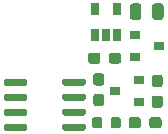
<source format=gbr>
%TF.GenerationSoftware,KiCad,Pcbnew,(5.1.6)-1*%
%TF.CreationDate,2021-05-10T20:56:14-04:00*%
%TF.ProjectId,magswitch,6d616773-7769-4746-9368-2e6b69636164,rev?*%
%TF.SameCoordinates,Original*%
%TF.FileFunction,Paste,Top*%
%TF.FilePolarity,Positive*%
%FSLAX46Y46*%
G04 Gerber Fmt 4.6, Leading zero omitted, Abs format (unit mm)*
G04 Created by KiCad (PCBNEW (5.1.6)-1) date 2021-05-10 20:56:14*
%MOMM*%
%LPD*%
G01*
G04 APERTURE LIST*
%ADD10R,0.900000X0.800000*%
%ADD11R,0.650000X1.060000*%
G04 APERTURE END LIST*
%TO.C,C1*%
G36*
G01*
X5784000Y16561750D02*
X5784000Y17474250D01*
G75*
G02*
X6027750Y17718000I243750J0D01*
G01*
X6515250Y17718000D01*
G75*
G02*
X6759000Y17474250I0J-243750D01*
G01*
X6759000Y16561750D01*
G75*
G02*
X6515250Y16318000I-243750J0D01*
G01*
X6027750Y16318000D01*
G75*
G02*
X5784000Y16561750I0J243750D01*
G01*
G37*
G36*
G01*
X3909000Y16561750D02*
X3909000Y17474250D01*
G75*
G02*
X4152750Y17718000I243750J0D01*
G01*
X4640250Y17718000D01*
G75*
G02*
X4884000Y17474250I0J-243750D01*
G01*
X4884000Y16561750D01*
G75*
G02*
X4640250Y16318000I-243750J0D01*
G01*
X4152750Y16318000D01*
G75*
G02*
X3909000Y16561750I0J243750D01*
G01*
G37*
%TD*%
%TO.C,Q2*%
G36*
G01*
X-4802000Y7389000D02*
X-4802000Y7089000D01*
G75*
G02*
X-4952000Y6939000I-150000J0D01*
G01*
X-6602000Y6939000D01*
G75*
G02*
X-6752000Y7089000I0J150000D01*
G01*
X-6752000Y7389000D01*
G75*
G02*
X-6602000Y7539000I150000J0D01*
G01*
X-4952000Y7539000D01*
G75*
G02*
X-4802000Y7389000I0J-150000D01*
G01*
G37*
G36*
G01*
X-4802000Y8659000D02*
X-4802000Y8359000D01*
G75*
G02*
X-4952000Y8209000I-150000J0D01*
G01*
X-6602000Y8209000D01*
G75*
G02*
X-6752000Y8359000I0J150000D01*
G01*
X-6752000Y8659000D01*
G75*
G02*
X-6602000Y8809000I150000J0D01*
G01*
X-4952000Y8809000D01*
G75*
G02*
X-4802000Y8659000I0J-150000D01*
G01*
G37*
G36*
G01*
X-4802000Y9929000D02*
X-4802000Y9629000D01*
G75*
G02*
X-4952000Y9479000I-150000J0D01*
G01*
X-6602000Y9479000D01*
G75*
G02*
X-6752000Y9629000I0J150000D01*
G01*
X-6752000Y9929000D01*
G75*
G02*
X-6602000Y10079000I150000J0D01*
G01*
X-4952000Y10079000D01*
G75*
G02*
X-4802000Y9929000I0J-150000D01*
G01*
G37*
G36*
G01*
X-4802000Y11199000D02*
X-4802000Y10899000D01*
G75*
G02*
X-4952000Y10749000I-150000J0D01*
G01*
X-6602000Y10749000D01*
G75*
G02*
X-6752000Y10899000I0J150000D01*
G01*
X-6752000Y11199000D01*
G75*
G02*
X-6602000Y11349000I150000J0D01*
G01*
X-4952000Y11349000D01*
G75*
G02*
X-4802000Y11199000I0J-150000D01*
G01*
G37*
G36*
G01*
X148000Y11199000D02*
X148000Y10899000D01*
G75*
G02*
X-2000Y10749000I-150000J0D01*
G01*
X-1652000Y10749000D01*
G75*
G02*
X-1802000Y10899000I0J150000D01*
G01*
X-1802000Y11199000D01*
G75*
G02*
X-1652000Y11349000I150000J0D01*
G01*
X-2000Y11349000D01*
G75*
G02*
X148000Y11199000I0J-150000D01*
G01*
G37*
G36*
G01*
X148000Y9929000D02*
X148000Y9629000D01*
G75*
G02*
X-2000Y9479000I-150000J0D01*
G01*
X-1652000Y9479000D01*
G75*
G02*
X-1802000Y9629000I0J150000D01*
G01*
X-1802000Y9929000D01*
G75*
G02*
X-1652000Y10079000I150000J0D01*
G01*
X-2000Y10079000D01*
G75*
G02*
X148000Y9929000I0J-150000D01*
G01*
G37*
G36*
G01*
X148000Y8659000D02*
X148000Y8359000D01*
G75*
G02*
X-2000Y8209000I-150000J0D01*
G01*
X-1652000Y8209000D01*
G75*
G02*
X-1802000Y8359000I0J150000D01*
G01*
X-1802000Y8659000D01*
G75*
G02*
X-1652000Y8809000I150000J0D01*
G01*
X-2000Y8809000D01*
G75*
G02*
X148000Y8659000I0J-150000D01*
G01*
G37*
G36*
G01*
X148000Y7389000D02*
X148000Y7089000D01*
G75*
G02*
X-2000Y6939000I-150000J0D01*
G01*
X-1652000Y6939000D01*
G75*
G02*
X-1802000Y7089000I0J150000D01*
G01*
X-1802000Y7389000D01*
G75*
G02*
X-1652000Y7539000I150000J0D01*
G01*
X-2000Y7539000D01*
G75*
G02*
X148000Y7389000I0J-150000D01*
G01*
G37*
%TD*%
%TO.C,R1*%
G36*
G01*
X2269000Y7363750D02*
X2269000Y7876250D01*
G75*
G02*
X2487750Y8095000I218750J0D01*
G01*
X2925250Y8095000D01*
G75*
G02*
X3144000Y7876250I0J-218750D01*
G01*
X3144000Y7363750D01*
G75*
G02*
X2925250Y7145000I-218750J0D01*
G01*
X2487750Y7145000D01*
G75*
G02*
X2269000Y7363750I0J218750D01*
G01*
G37*
G36*
G01*
X694000Y7363750D02*
X694000Y7876250D01*
G75*
G02*
X912750Y8095000I218750J0D01*
G01*
X1350250Y8095000D01*
G75*
G02*
X1569000Y7876250I0J-218750D01*
G01*
X1569000Y7363750D01*
G75*
G02*
X1350250Y7145000I-218750J0D01*
G01*
X912750Y7145000D01*
G75*
G02*
X694000Y7363750I0J218750D01*
G01*
G37*
%TD*%
%TO.C,R4*%
G36*
G01*
X6460500Y10623000D02*
X5985500Y10623000D01*
G75*
G02*
X5748000Y10860500I0J237500D01*
G01*
X5748000Y11435500D01*
G75*
G02*
X5985500Y11673000I237500J0D01*
G01*
X6460500Y11673000D01*
G75*
G02*
X6698000Y11435500I0J-237500D01*
G01*
X6698000Y10860500D01*
G75*
G02*
X6460500Y10623000I-237500J0D01*
G01*
G37*
G36*
G01*
X6460500Y8873000D02*
X5985500Y8873000D01*
G75*
G02*
X5748000Y9110500I0J237500D01*
G01*
X5748000Y9685500D01*
G75*
G02*
X5985500Y9923000I237500J0D01*
G01*
X6460500Y9923000D01*
G75*
G02*
X6698000Y9685500I0J-237500D01*
G01*
X6698000Y9110500D01*
G75*
G02*
X6460500Y8873000I-237500J0D01*
G01*
G37*
%TD*%
%TO.C,R3*%
G36*
G01*
X2114000Y12843500D02*
X2114000Y13318500D01*
G75*
G02*
X2351500Y13556000I237500J0D01*
G01*
X2926500Y13556000D01*
G75*
G02*
X3164000Y13318500I0J-237500D01*
G01*
X3164000Y12843500D01*
G75*
G02*
X2926500Y12606000I-237500J0D01*
G01*
X2351500Y12606000D01*
G75*
G02*
X2114000Y12843500I0J237500D01*
G01*
G37*
G36*
G01*
X364000Y12843500D02*
X364000Y13318500D01*
G75*
G02*
X601500Y13556000I237500J0D01*
G01*
X1176500Y13556000D01*
G75*
G02*
X1414000Y13318500I0J-237500D01*
G01*
X1414000Y12843500D01*
G75*
G02*
X1176500Y12606000I-237500J0D01*
G01*
X601500Y12606000D01*
G75*
G02*
X364000Y12843500I0J237500D01*
G01*
G37*
%TD*%
%TO.C,R2*%
G36*
G01*
X1507500Y10764000D02*
X1032500Y10764000D01*
G75*
G02*
X795000Y11001500I0J237500D01*
G01*
X795000Y11576500D01*
G75*
G02*
X1032500Y11814000I237500J0D01*
G01*
X1507500Y11814000D01*
G75*
G02*
X1745000Y11576500I0J-237500D01*
G01*
X1745000Y11001500D01*
G75*
G02*
X1507500Y10764000I-237500J0D01*
G01*
G37*
G36*
G01*
X1507500Y9014000D02*
X1032500Y9014000D01*
G75*
G02*
X795000Y9251500I0J237500D01*
G01*
X795000Y9826500D01*
G75*
G02*
X1032500Y10064000I237500J0D01*
G01*
X1507500Y10064000D01*
G75*
G02*
X1745000Y9826500I0J-237500D01*
G01*
X1745000Y9251500D01*
G75*
G02*
X1507500Y9014000I-237500J0D01*
G01*
G37*
%TD*%
%TO.C,D1*%
G36*
G01*
X4843000Y7857500D02*
X4843000Y7382500D01*
G75*
G02*
X4605500Y7145000I-237500J0D01*
G01*
X4030500Y7145000D01*
G75*
G02*
X3793000Y7382500I0J237500D01*
G01*
X3793000Y7857500D01*
G75*
G02*
X4030500Y8095000I237500J0D01*
G01*
X4605500Y8095000D01*
G75*
G02*
X4843000Y7857500I0J-237500D01*
G01*
G37*
G36*
G01*
X6593000Y7857500D02*
X6593000Y7382500D01*
G75*
G02*
X6355500Y7145000I-237500J0D01*
G01*
X5780500Y7145000D01*
G75*
G02*
X5543000Y7382500I0J237500D01*
G01*
X5543000Y7857500D01*
G75*
G02*
X5780500Y8095000I237500J0D01*
G01*
X6355500Y8095000D01*
G75*
G02*
X6593000Y7857500I0J-237500D01*
G01*
G37*
%TD*%
D10*
%TO.C,Q1*%
X2683000Y10287000D03*
X4683000Y11237000D03*
X4683000Y9337000D03*
%TD*%
D11*
%TO.C,U2*%
X955000Y17229000D03*
X2855000Y17229000D03*
X2855000Y15029000D03*
X1905000Y15029000D03*
X955000Y15029000D03*
%TD*%
D10*
%TO.C,U1*%
X6334000Y14097000D03*
X4334000Y13147000D03*
X4334000Y15047000D03*
%TD*%
M02*

</source>
